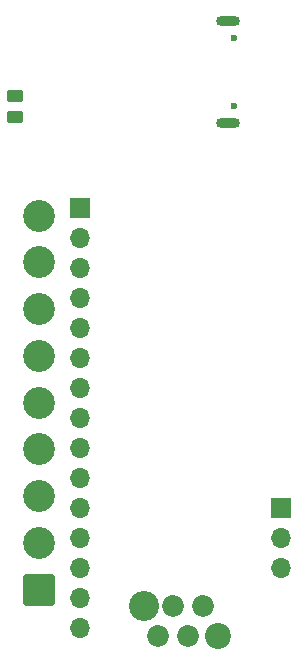
<source format=gbr>
%TF.GenerationSoftware,KiCad,Pcbnew,7.0.2*%
%TF.CreationDate,2023-08-01T17:34:10+02:00*%
%TF.ProjectId,playstation_adapter,706c6179-7374-4617-9469-6f6e5f616461,0.9*%
%TF.SameCoordinates,Original*%
%TF.FileFunction,Soldermask,Bot*%
%TF.FilePolarity,Negative*%
%FSLAX46Y46*%
G04 Gerber Fmt 4.6, Leading zero omitted, Abs format (unit mm)*
G04 Created by KiCad (PCBNEW 7.0.2) date 2023-08-01 17:34:10*
%MOMM*%
%LPD*%
G01*
G04 APERTURE LIST*
G04 Aperture macros list*
%AMRoundRect*
0 Rectangle with rounded corners*
0 $1 Rounding radius*
0 $2 $3 $4 $5 $6 $7 $8 $9 X,Y pos of 4 corners*
0 Add a 4 corners polygon primitive as box body*
4,1,4,$2,$3,$4,$5,$6,$7,$8,$9,$2,$3,0*
0 Add four circle primitives for the rounded corners*
1,1,$1+$1,$2,$3*
1,1,$1+$1,$4,$5*
1,1,$1+$1,$6,$7*
1,1,$1+$1,$8,$9*
0 Add four rect primitives between the rounded corners*
20,1,$1+$1,$2,$3,$4,$5,0*
20,1,$1+$1,$4,$5,$6,$7,0*
20,1,$1+$1,$6,$7,$8,$9,0*
20,1,$1+$1,$8,$9,$2,$3,0*%
G04 Aperture macros list end*
%ADD10C,0.600000*%
%ADD11O,2.000000X0.900000*%
%ADD12R,1.700000X1.700000*%
%ADD13O,1.700000X1.700000*%
%ADD14C,2.200000*%
%ADD15C,2.550000*%
%ADD16C,1.850000*%
%ADD17RoundRect,0.250000X-0.450000X0.262500X-0.450000X-0.262500X0.450000X-0.262500X0.450000X0.262500X0*%
%ADD18RoundRect,0.250001X1.099999X-1.099999X1.099999X1.099999X-1.099999X1.099999X-1.099999X-1.099999X0*%
%ADD19C,2.700000*%
G04 APERTURE END LIST*
D10*
%TO.C,J3*%
X75550000Y-46890000D03*
X75550000Y-41110000D03*
D11*
X75030000Y-48320000D03*
X75030000Y-39680000D03*
%TD*%
D12*
%TO.C,J2*%
X62500000Y-55500000D03*
D13*
X62500000Y-58040000D03*
X62500000Y-60580000D03*
X62500000Y-63120000D03*
X62500000Y-65660000D03*
X62500000Y-68200000D03*
X62500000Y-70740000D03*
X62500000Y-73280000D03*
X62500000Y-75820000D03*
X62500000Y-78360000D03*
X62500000Y-80900000D03*
X62500000Y-83440000D03*
X62500000Y-85980000D03*
X62500000Y-88520000D03*
X62500000Y-91060000D03*
%TD*%
D14*
%TO.C,SWD1*%
X74135000Y-91770000D03*
D15*
X67865000Y-89230000D03*
D16*
X69095000Y-91770000D03*
X70365000Y-89230000D03*
X71635000Y-91770000D03*
X72905000Y-89230000D03*
%TD*%
D12*
%TO.C,J1*%
X79500000Y-80960000D03*
D13*
X79500000Y-83500000D03*
X79500000Y-86040000D03*
%TD*%
D17*
%TO.C,R2*%
X57000000Y-46000000D03*
X57000000Y-47825000D03*
%TD*%
D18*
%TO.C,J4*%
X59000000Y-87840000D03*
D19*
X59000000Y-83880000D03*
X59000000Y-79920000D03*
X59000000Y-75960000D03*
X59000000Y-72000000D03*
X59000000Y-68040000D03*
X59000000Y-64080000D03*
X59000000Y-60120000D03*
X59000000Y-56160000D03*
%TD*%
M02*

</source>
